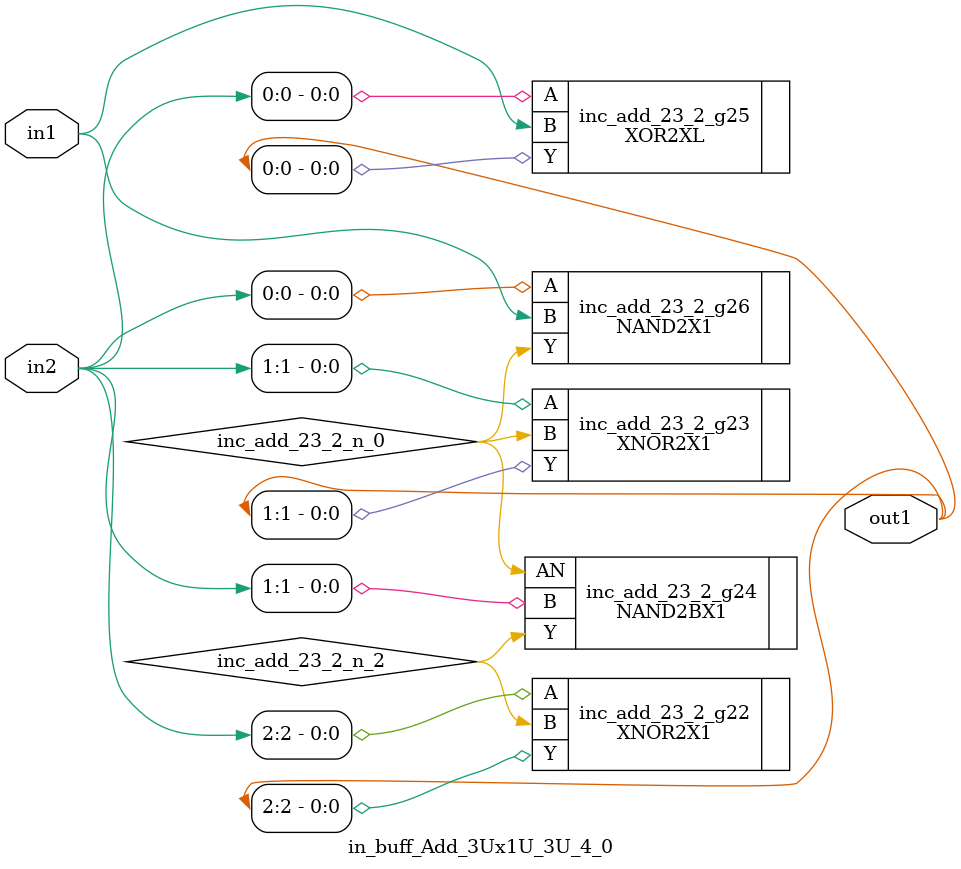
<source format=v>
`timescale 1ps / 1ps


module in_buff_Add_3Ux1U_3U_4_0(in2, in1, out1);
  input [2:0] in2;
  input in1;
  output [2:0] out1;
  wire [2:0] in2;
  wire in1;
  wire [2:0] out1;
  wire inc_add_23_2_n_0, inc_add_23_2_n_2;
  XNOR2X1 inc_add_23_2_g22(.A (in2[2]), .B (inc_add_23_2_n_2), .Y
       (out1[2]));
  XNOR2X1 inc_add_23_2_g23(.A (in2[1]), .B (inc_add_23_2_n_0), .Y
       (out1[1]));
  NAND2BX1 inc_add_23_2_g24(.AN (inc_add_23_2_n_0), .B (in2[1]), .Y
       (inc_add_23_2_n_2));
  XOR2XL inc_add_23_2_g25(.A (in2[0]), .B (in1), .Y (out1[0]));
  NAND2X1 inc_add_23_2_g26(.A (in2[0]), .B (in1), .Y
       (inc_add_23_2_n_0));
endmodule



</source>
